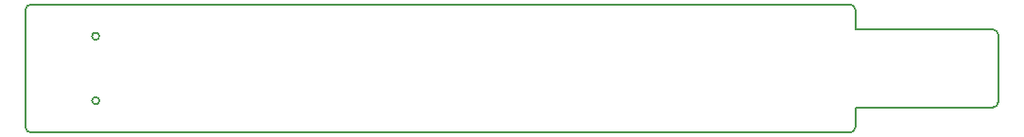
<source format=gm1>
G04*
G04 #@! TF.GenerationSoftware,Altium Limited,Altium Designer,24.2.2 (26)*
G04*
G04 Layer_Color=16711935*
%FSLAX43Y43*%
%MOMM*%
G71*
G04*
G04 #@! TF.SameCoordinates,1F1FED76-AB6C-4830-BD65-6DDC81D4C714*
G04*
G04*
G04 #@! TF.FilePolarity,Positive*
G04*
G01*
G75*
%ADD10C,0.127*%
%ADD11C,0.203*%
D10*
X5305Y-2890D02*
G03*
X5305Y-2890I-325J0D01*
G01*
Y2890D02*
G03*
X5305Y2890I-325J0D01*
G01*
Y-2890D02*
G03*
X5305Y-2890I-325J0D01*
G01*
Y2890D02*
G03*
X5305Y2890I-325J0D01*
G01*
D11*
X72500Y-5750D02*
G03*
X73000Y-5250I0J500D01*
G01*
X73000Y5250D02*
G03*
X72500Y5750I-500J0D01*
G01*
X85800Y3000D02*
G03*
X85300Y3500I-500J0D01*
G01*
X85300Y-3500D02*
G03*
X85800Y-3000I0J500D01*
G01*
X-800Y5750D02*
G03*
X-1300Y5250I0J-500D01*
G01*
X-1300Y-5250D02*
G03*
X-800Y-5750I500J0D01*
G01*
X85800Y-3000D02*
Y3000D01*
X73000Y3500D02*
X85300D01*
X73000Y-3500D02*
X85300D01*
X73000Y-5250D02*
Y-3500D01*
X-800Y-5750D02*
X72500Y-5750D01*
X73000Y3500D02*
Y5250D01*
X-800Y5750D02*
X72500Y5750D01*
X-1300Y-5250D02*
Y5250D01*
X72500Y-5750D02*
G03*
X73000Y-5250I0J500D01*
G01*
X73000Y5250D02*
G03*
X72500Y5750I-500J0D01*
G01*
X85800Y3000D02*
G03*
X85300Y3500I-500J0D01*
G01*
X85300Y-3500D02*
G03*
X85800Y-3000I0J500D01*
G01*
X-800Y5750D02*
G03*
X-1300Y5250I0J-500D01*
G01*
X-1300Y-5250D02*
G03*
X-800Y-5750I500J0D01*
G01*
X85800Y-3000D02*
Y3000D01*
X73000Y3500D02*
X85300D01*
X73000Y-3500D02*
X85300D01*
X73000Y-5250D02*
Y-3500D01*
X-800Y-5750D02*
X72500Y-5750D01*
X73000Y3500D02*
Y5250D01*
X-800Y5750D02*
X72500Y5750D01*
X-1300Y-5250D02*
Y5250D01*
M02*

</source>
